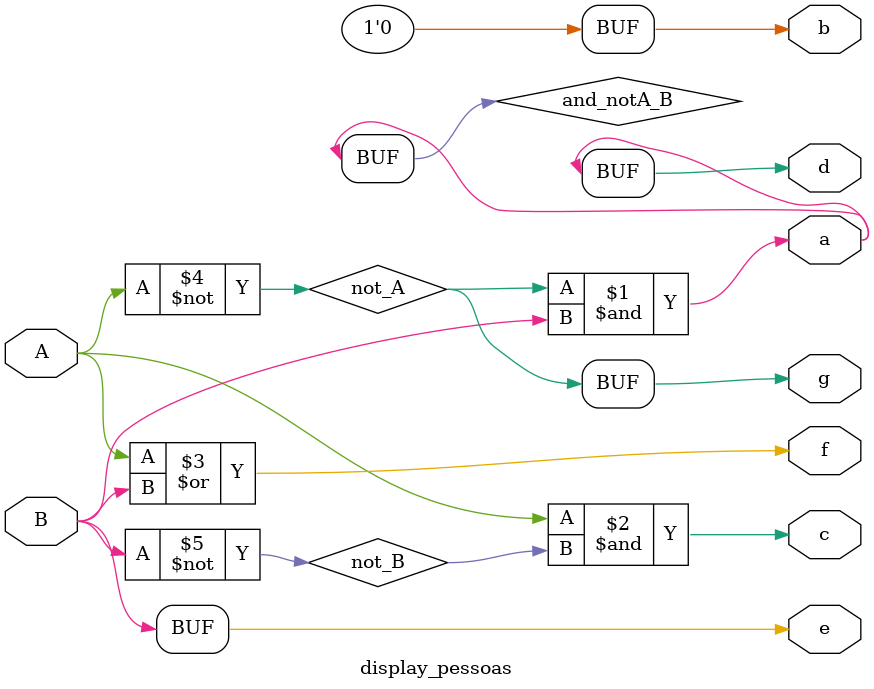
<source format=v>

module display_pessoas(A, B, a, b, c, d, e, f, g);
 input A, B;
 output a, b, c, d, e, f, g;
 
 wire not_A, not_B;
 
 not Not0(not_A, A);
 not Not1(not_B, B);
 
 wire and_notA_B;
 
 and And0(and_notA_B, not_A, B);
 assign a = and_notA_B;
 assign d = and_notA_B;
 
 assign b = 1'b0;
 
 and And1(c, A, not_B);
 
 assign e = B;
 
 or Or0(f, A, B);
 
 assign g = not_A;
 
endmodule
</source>
